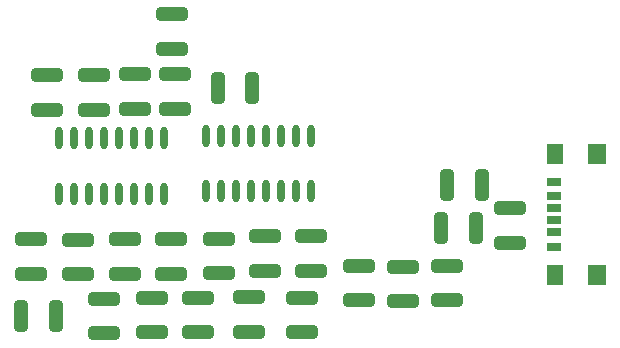
<source format=gbr>
%TF.GenerationSoftware,KiCad,Pcbnew,7.0.7*%
%TF.CreationDate,2024-05-19T18:37:36+02:00*%
%TF.ProjectId,Smart-mobility,536d6172-742d-46d6-9f62-696c6974792e,rev?*%
%TF.SameCoordinates,Original*%
%TF.FileFunction,Paste,Bot*%
%TF.FilePolarity,Positive*%
%FSLAX46Y46*%
G04 Gerber Fmt 4.6, Leading zero omitted, Abs format (unit mm)*
G04 Created by KiCad (PCBNEW 7.0.7) date 2024-05-19 18:37:36*
%MOMM*%
%LPD*%
G01*
G04 APERTURE LIST*
G04 Aperture macros list*
%AMRoundRect*
0 Rectangle with rounded corners*
0 $1 Rounding radius*
0 $2 $3 $4 $5 $6 $7 $8 $9 X,Y pos of 4 corners*
0 Add a 4 corners polygon primitive as box body*
4,1,4,$2,$3,$4,$5,$6,$7,$8,$9,$2,$3,0*
0 Add four circle primitives for the rounded corners*
1,1,$1+$1,$2,$3*
1,1,$1+$1,$4,$5*
1,1,$1+$1,$6,$7*
1,1,$1+$1,$8,$9*
0 Add four rect primitives between the rounded corners*
20,1,$1+$1,$2,$3,$4,$5,0*
20,1,$1+$1,$4,$5,$6,$7,0*
20,1,$1+$1,$6,$7,$8,$9,0*
20,1,$1+$1,$8,$9,$2,$3,0*%
G04 Aperture macros list end*
%ADD10R,1.200000X0.700000*%
%ADD11R,1.200000X0.760000*%
%ADD12R,1.200000X0.800000*%
%ADD13R,1.500000X1.800000*%
%ADD14R,1.350000X1.800000*%
%ADD15RoundRect,0.250000X1.075000X-0.312500X1.075000X0.312500X-1.075000X0.312500X-1.075000X-0.312500X0*%
%ADD16RoundRect,0.250000X-0.312500X-1.075000X0.312500X-1.075000X0.312500X1.075000X-0.312500X1.075000X0*%
%ADD17O,0.599999X1.899999*%
%ADD18RoundRect,0.250000X-1.075000X0.312500X-1.075000X-0.312500X1.075000X-0.312500X1.075000X0.312500X0*%
G04 APERTURE END LIST*
D10*
%TO.C,J1*%
X101567500Y-62200000D03*
D11*
X101567500Y-64220000D03*
D12*
X101567500Y-65450000D03*
D10*
X101567500Y-63200000D03*
D11*
X101567500Y-61180000D03*
D12*
X101567500Y-59950000D03*
D13*
X105202500Y-57575000D03*
D14*
X101622500Y-57575000D03*
D13*
X105202500Y-67825000D03*
D14*
X101622500Y-67825000D03*
%TD*%
D15*
%TO.C,R8*%
X61250000Y-67775000D03*
X61250000Y-64850000D03*
%TD*%
D16*
%TO.C,R13*%
X73112500Y-52000000D03*
X76037500Y-52000000D03*
%TD*%
D17*
%TO.C,U2*%
X81045000Y-60750000D03*
X79775000Y-60750000D03*
X78505000Y-60750000D03*
X77235000Y-60750000D03*
X75965000Y-60750000D03*
X74695000Y-60750000D03*
X73425000Y-60750000D03*
X72155000Y-60750000D03*
X72155000Y-56050000D03*
X73425000Y-56050000D03*
X74695000Y-56050000D03*
X75965000Y-56050000D03*
X77235000Y-56050000D03*
X78505000Y-56050000D03*
X79775000Y-56050000D03*
X81045000Y-56050000D03*
%TD*%
D18*
%TO.C,R26*%
X97850000Y-62212500D03*
X97850000Y-65137500D03*
%TD*%
D16*
%TO.C,R16*%
X56487500Y-71350000D03*
X59412500Y-71350000D03*
%TD*%
D18*
%TO.C,R3*%
X66100000Y-50862500D03*
X66100000Y-53787500D03*
%TD*%
D15*
%TO.C,R11*%
X75750000Y-72637500D03*
X75750000Y-69712500D03*
%TD*%
D18*
%TO.C,R22*%
X85100000Y-67075000D03*
X85100000Y-70000000D03*
%TD*%
D15*
%TO.C,R9*%
X57275000Y-67737500D03*
X57275000Y-64812500D03*
%TD*%
D18*
%TO.C,R2*%
X69250000Y-45787500D03*
X69250000Y-48712500D03*
%TD*%
%TO.C,R1*%
X69450000Y-50862500D03*
X69450000Y-53787500D03*
%TD*%
D16*
%TO.C,R27*%
X92517500Y-60250000D03*
X95442500Y-60250000D03*
%TD*%
D15*
%TO.C,R18*%
X81000000Y-67487500D03*
X81000000Y-64562500D03*
%TD*%
D18*
%TO.C,R24*%
X92525000Y-67080000D03*
X92525000Y-70005000D03*
%TD*%
D15*
%TO.C,R7*%
X65250000Y-67737500D03*
X65250000Y-64812500D03*
%TD*%
%TO.C,R19*%
X73250000Y-67687500D03*
X73250000Y-64762500D03*
%TD*%
D18*
%TO.C,R4*%
X58625000Y-50912500D03*
X58625000Y-53837500D03*
%TD*%
D15*
%TO.C,R15*%
X63450000Y-72762500D03*
X63450000Y-69837500D03*
%TD*%
D16*
%TO.C,R25*%
X92037500Y-63900000D03*
X94962500Y-63900000D03*
%TD*%
D18*
%TO.C,R23*%
X88800000Y-67137500D03*
X88800000Y-70062500D03*
%TD*%
D15*
%TO.C,R12*%
X77150000Y-67487500D03*
X77150000Y-64562500D03*
%TD*%
D18*
%TO.C,R5*%
X62650000Y-50912500D03*
X62650000Y-53837500D03*
%TD*%
D15*
%TO.C,R14*%
X69150000Y-67737500D03*
X69150000Y-64812500D03*
%TD*%
D17*
%TO.C,U1*%
X68580000Y-60960000D03*
X67310000Y-60960000D03*
X66040000Y-60960000D03*
X64770000Y-60960000D03*
X63500000Y-60960000D03*
X62230000Y-60960000D03*
X60960000Y-60960000D03*
X59690000Y-60960000D03*
X59690000Y-56260000D03*
X60960000Y-56260000D03*
X62230000Y-56260000D03*
X63500000Y-56260000D03*
X64770000Y-56260000D03*
X66040000Y-56260000D03*
X67310000Y-56260000D03*
X68580000Y-56260000D03*
%TD*%
D15*
%TO.C,R6*%
X67550000Y-72687500D03*
X67550000Y-69762500D03*
%TD*%
%TO.C,R10*%
X71475000Y-72687500D03*
X71475000Y-69762500D03*
%TD*%
%TO.C,R17*%
X80250000Y-72712500D03*
X80250000Y-69787500D03*
%TD*%
M02*

</source>
